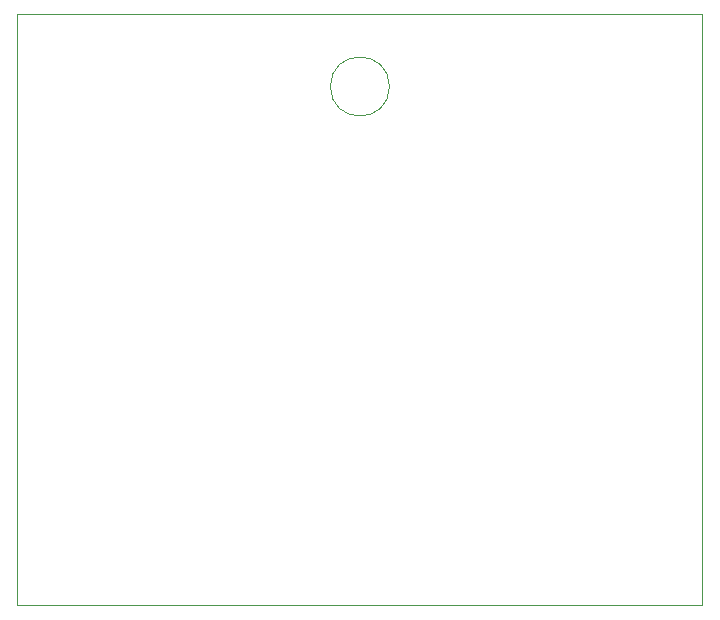
<source format=gm1>
%TF.GenerationSoftware,KiCad,Pcbnew,(6.0.1)*%
%TF.CreationDate,2022-03-03T11:38:53-05:00*%
%TF.ProjectId,Epyx-FastLoad,45707978-2d46-4617-9374-4c6f61642e6b,1*%
%TF.SameCoordinates,Original*%
%TF.FileFunction,Profile,NP*%
%FSLAX46Y46*%
G04 Gerber Fmt 4.6, Leading zero omitted, Abs format (unit mm)*
G04 Created by KiCad (PCBNEW (6.0.1)) date 2022-03-03 11:38:53*
%MOMM*%
%LPD*%
G01*
G04 APERTURE LIST*
%TA.AperFunction,Profile*%
%ADD10C,0.038100*%
%TD*%
%TA.AperFunction,Profile*%
%ADD11C,0.050000*%
%TD*%
G04 APERTURE END LIST*
D10*
X110000000Y-58000000D02*
X168000000Y-58000000D01*
X168000000Y-58000000D02*
X168000000Y-108000000D01*
X168000000Y-108000000D02*
X110000000Y-108000000D01*
X110000000Y-108000000D02*
X110000000Y-58000000D01*
D11*
X141500000Y-64100000D02*
G75*
G03*
X141500000Y-64100000I-2500000J0D01*
G01*
M02*

</source>
